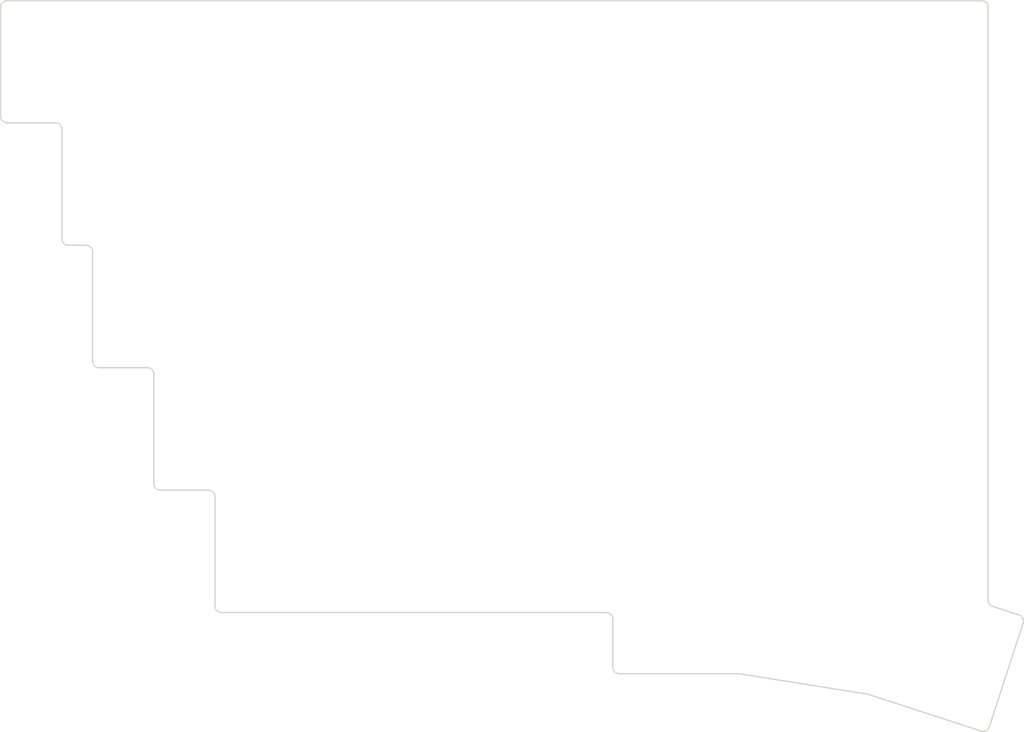
<source format=kicad_pcb>
(kicad_pcb (version 20221018) (generator pcbnew)
  (layers (0 "F.Cu" signal) (31 "B.Cu" signal) (34 "B.Paste" user) (35 "F.Paste" user) (36 "B.SilkS" user "B.Silkscreen") (37 "F.SilkS" user "F.Silkscreen") (38 "B.Mask" user) (39 "F.Mask" user) (44 "Edge.Cuts" user))
  (net 0 "")
  (footprint "MountingHole:MountingHole_2.2mm_M2" (layer "F.Cu") (at 85.7504 38.5826)
    (fp_text reference "REF**" hide)
    (fp_text value "MountingHole_2.2mm_M2" hide)
    (pad "" np_thru_hole circle locked (at 0 0) (size 2.2 2.2) (drill 2.2) (layers "F&B.Cu" "*.Mask"))
  )
  (footprint "MountingHole:MountingHole_2.2mm_M2" (layer "F.Cu") (at 38.1 37.592)
    (fp_text reference "REF**" hide)
    (fp_text value "MountingHole_2.2mm_M2" hide)
    (pad "" np_thru_hole circle locked (at 0 0) (size 2.2 2.2) (drill 2.2) (layers "*.Cu" "*.Mask"))
  )
  (footprint "MountingHole:MountingHole_2.2mm_M2" (layer "F.Cu") (at 133.35 37.592)
    (fp_text reference "REF**" hide)
    (fp_text value "MountingHole_2.2mm_M2" hide)
    (pad "" np_thru_hole circle locked (at 0 0) (size 2.2 2.2) (drill 2.2) (layers "F&B.Cu" "*.Mask"))
  )
  (footprint "MountingHole:MountingHole_2.2mm_M2" (layer "F.Cu") (at 90.5002 75.692)
    (fp_text reference "REF**" hide)
    (fp_text value "MountingHole_2.2mm_M2" hide)
    (pad "" np_thru_hole circle locked (at 0 0) (size 2.2 2.2) (drill 2.2) (layers "F&B.Cu" "*.Mask"))
  )
  (footprint "MountingHole:MountingHole_2.2mm_M2" (layer "F.Cu") (at 138.0998 76.708)
    (fp_text reference "REF**" hide)
    (fp_text value "MountingHole_2.2mm_M2" hide)
    (pad "" np_thru_hole circle locked (at 0 0) (size 2.2 2.2) (drill 2.2) (layers "F&B.Cu" "*.Mask"))
  )
  (footprint "MountingHole:MountingHole_2.2mm_M2" (layer "F.Cu") (at 134.6962 114.3254)
    (fp_text reference "REF**" hide)
    (fp_text value "MountingHole_2.2mm_M2" hide)
    (pad "" np_thru_hole circle locked (at 0 0) (size 2.2 2.2) (drill 2.2) (layers "F&B.Cu" "*.Mask"))
  )
  (footprint "MountingHole:MountingHole_2.2mm_M2" (layer "F.Cu") (at 156.1084 117.8306)
    (fp_text reference "REF**" hide)
    (fp_text value "MountingHole_2.2mm_M2" hide)
    (pad "" np_thru_hole circle locked (at 0 0) (size 2.2 2.2) (drill 2.2) (layers "F&B.Cu" "*.Mask"))
  )
  (footprint "MountingHole:MountingHole_2.2mm_M2" (layer "F.Cu") (at 157.3784 105.8672)
    (fp_text reference "REF**" hide)
    (fp_text value "MountingHole_2.2mm_M2" hide)
    (pad "" np_thru_hole circle locked (at 0 0) (size 2.2 2.2) (drill 2.2) (layers "F&B.Cu" "*.Mask"))
  )
  (footprint "MountingHole:MountingHole_2.2mm_M2" (layer "F.Cu") (at 61.9252 94.742)
    (fp_text reference "REF**" hide)
    (fp_text value "MountingHole_2.2mm_M2" hide)
    (pad "" np_thru_hole circle locked (at 0 0) (size 2.2 2.2) (drill 2.2) (layers "F&B.Cu" "*.Mask"))
  )
  (gr_arc locked (start 173.409583 113.316029) (mid 172.909594 112.952756) (end 172.7186 112.364973) (stroke (width 0.2)) (layer "Edge.Cuts"))
  (gr_arc locked (start 53.411999 114.274999) (mid 52.704893 113.982105) (end 52.411999 113.274999) (stroke (width 0.2)) (layer "Edge.Cuts"))
  (gr_arc locked (start 172.914547 132.081503) (mid 172.417483 132.663495) (end 171.654473 132.723543) (stroke (width 0.2)) (layer "Edge.Cuts"))
  (gr_line locked (start 114.324999 122.8) (end 114.324999 115.274999) (stroke (width 0.2)) (layer "Edge.Cuts"))
  (gr_line locked (start 20.05 19.05) (end 171.7186 19.05) (stroke (width 0.2)) (layer "Edge.Cuts"))
  (gr_arc locked (start 51.411999 95.224999) (mid 52.119107 95.517892) (end 52.411999 96.224999) (stroke (width 0.2)) (layer "Edge.Cuts"))
  (gr_line locked (start 133.9436 123.8) (end 115.324999 123.8) (stroke (width 0.2)) (layer "Edge.Cuts"))
  (gr_line locked (start 42.887 94.224999) (end 42.887 77.174999) (stroke (width 0.2)) (layer "Edge.Cuts"))
  (gr_line locked (start 33.362 75.174999) (end 33.362 58.124999) (stroke (width 0.2)) (layer "Edge.Cuts"))
  (gr_line locked (start 51.411999 95.224999) (end 43.887 95.224999) (stroke (width 0.2)) (layer "Edge.Cuts"))
  (gr_line locked (start 41.887 76.174999) (end 34.362 76.174999) (stroke (width 0.2)) (layer "Edge.Cuts"))
  (gr_line locked (start 178.167833 115.913543) (end 172.914547 132.081503) (stroke (width 0.2)) (layer "Edge.Cuts"))
  (gr_line locked (start 32.362 57.124999) (end 29.6 57.124999) (stroke (width 0.2)) (layer "Edge.Cuts"))
  (gr_line locked (start 52.411999 113.274999) (end 52.411999 96.224999) (stroke (width 0.2)) (layer "Edge.Cuts"))
  (gr_line locked (start 27.6 38.075) (end 20.05 38.075) (stroke (width 0.2)) (layer "Edge.Cuts"))
  (gr_arc locked (start 43.887 95.224999) (mid 43.179894 94.932106) (end 42.887 94.224999) (stroke (width 0.2)) (layer "Edge.Cuts"))
  (gr_line locked (start 28.6 56.124999) (end 28.6 39.075) (stroke (width 0.2)) (layer "Edge.Cuts"))
  (gr_arc locked (start 177.525794 114.65347) (mid 178.107782 115.150532) (end 178.167833 115.913543) (stroke (width 0.2)) (layer "Edge.Cuts"))
  (gr_line locked (start 19.05 37.075) (end 19.05 20.05) (stroke (width 0.2)) (layer "Edge.Cuts"))
  (gr_arc locked (start 171.7186 19.05) (mid 172.425707 19.342893) (end 172.7186 20.05) (stroke (width 0.2)) (layer "Edge.Cuts"))
  (gr_arc locked (start 19.05 20.05) (mid 19.342893 19.342893) (end 20.05 19.05) (stroke (width 0.2)) (layer "Edge.Cuts"))
  (gr_arc locked (start 34.362 76.174999) (mid 33.654894 75.882106) (end 33.362 75.174999) (stroke (width 0.2)) (layer "Edge.Cuts"))
  (gr_arc locked (start 20.05 38.075) (mid 19.342893 37.782107) (end 19.05 37.075) (stroke (width 0.2)) (layer "Edge.Cuts"))
  (gr_arc locked (start 29.6 57.124999) (mid 28.892894 56.832106) (end 28.6 56.124999) (stroke (width 0.2)) (layer "Edge.Cuts"))
  (gr_line locked (start 153.93609 126.96649) (end 133.9436 123.8) (stroke (width 0.2)) (layer "Edge.Cuts"))
  (gr_arc locked (start 32.362 57.124999) (mid 33.069107 57.417892) (end 33.362 58.124999) (stroke (width 0.2)) (layer "Edge.Cuts"))
  (gr_line locked (start 171.654473 132.723543) (end 153.93609 126.96649) (stroke (width 0.2)) (layer "Edge.Cuts"))
  (gr_arc locked (start 113.324999 114.274999) (mid 114.032107 114.567892) (end 114.324999 115.274999) (stroke (width 0.2)) (layer "Edge.Cuts"))
  (gr_line locked (start 172.7186 20.05) (end 172.7186 112.364973) (stroke (width 0.2)) (layer "Edge.Cuts"))
  (gr_line locked (start 113.324999 114.274999) (end 53.411999 114.274999) (stroke (width 0.2)) (layer "Edge.Cuts"))
  (gr_arc locked (start 41.887 76.174999) (mid 42.594107 76.467892) (end 42.887 77.174999) (stroke (width 0.2)) (layer "Edge.Cuts"))
  (gr_arc locked (start 27.6 38.075) (mid 28.307107 38.367893) (end 28.6 39.075) (stroke (width 0.2)) (layer "Edge.Cuts"))
  (gr_line locked (start 173.409583 113.316029) (end 177.525794 114.65347) (stroke (width 0.2)) (layer "Edge.Cuts"))
  (gr_arc locked (start 115.324999 123.8) (mid 114.617893 123.507106) (end 114.324999 122.8) (stroke (width 0.2)) (layer "Edge.Cuts"))
)
</source>
